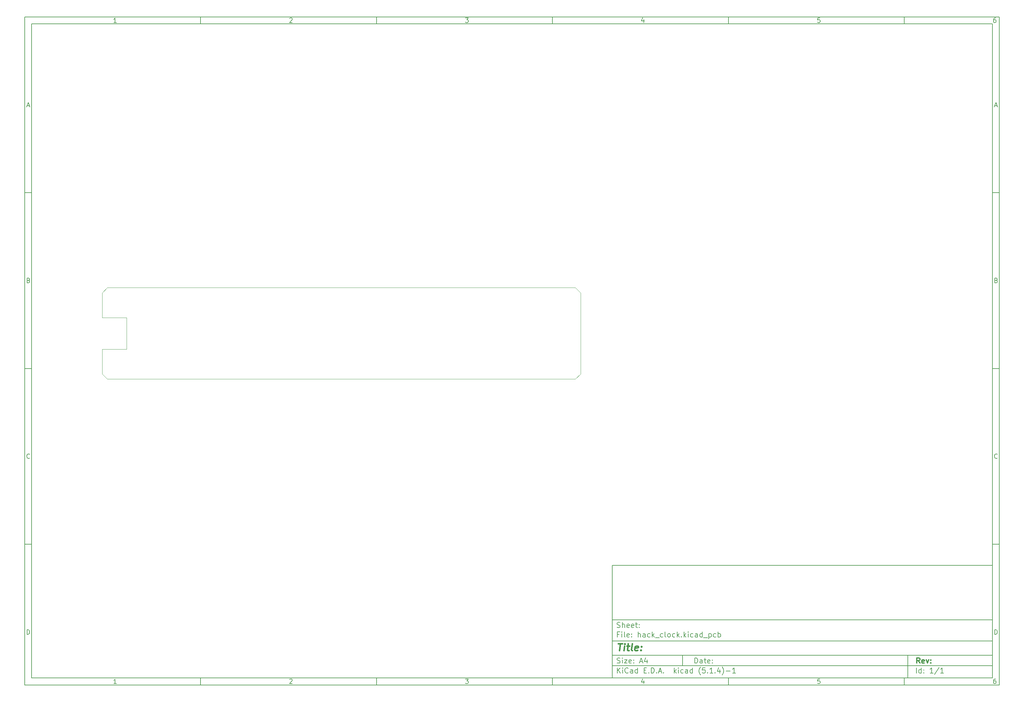
<source format=gm1>
G04 #@! TF.GenerationSoftware,KiCad,Pcbnew,(5.1.4)-1*
G04 #@! TF.CreationDate,2019-11-05T14:40:22+08:00*
G04 #@! TF.ProjectId,hack_clock,6861636b-5f63-46c6-9f63-6b2e6b696361,rev?*
G04 #@! TF.SameCoordinates,Original*
G04 #@! TF.FileFunction,Profile,NP*
%FSLAX46Y46*%
G04 Gerber Fmt 4.6, Leading zero omitted, Abs format (unit mm)*
G04 Created by KiCad (PCBNEW (5.1.4)-1) date 2019-11-05 14:40:22*
%MOMM*%
%LPD*%
G04 APERTURE LIST*
%ADD10C,0.150000*%
%ADD11C,0.300000*%
%ADD12C,0.400000*%
%ADD13C,0.100000*%
G04 APERTURE END LIST*
D10*
X177002200Y-166007200D02*
X177002200Y-198007200D01*
X285002200Y-198007200D01*
X285002200Y-166007200D01*
X177002200Y-166007200D01*
X10000000Y-10000000D02*
X10000000Y-200007200D01*
X287002200Y-200007200D01*
X287002200Y-10000000D01*
X10000000Y-10000000D01*
X12000000Y-12000000D02*
X12000000Y-198007200D01*
X285002200Y-198007200D01*
X285002200Y-12000000D01*
X12000000Y-12000000D01*
X60000000Y-12000000D02*
X60000000Y-10000000D01*
X110000000Y-12000000D02*
X110000000Y-10000000D01*
X160000000Y-12000000D02*
X160000000Y-10000000D01*
X210000000Y-12000000D02*
X210000000Y-10000000D01*
X260000000Y-12000000D02*
X260000000Y-10000000D01*
X36065476Y-11588095D02*
X35322619Y-11588095D01*
X35694047Y-11588095D02*
X35694047Y-10288095D01*
X35570238Y-10473809D01*
X35446428Y-10597619D01*
X35322619Y-10659523D01*
X85322619Y-10411904D02*
X85384523Y-10350000D01*
X85508333Y-10288095D01*
X85817857Y-10288095D01*
X85941666Y-10350000D01*
X86003571Y-10411904D01*
X86065476Y-10535714D01*
X86065476Y-10659523D01*
X86003571Y-10845238D01*
X85260714Y-11588095D01*
X86065476Y-11588095D01*
X135260714Y-10288095D02*
X136065476Y-10288095D01*
X135632142Y-10783333D01*
X135817857Y-10783333D01*
X135941666Y-10845238D01*
X136003571Y-10907142D01*
X136065476Y-11030952D01*
X136065476Y-11340476D01*
X136003571Y-11464285D01*
X135941666Y-11526190D01*
X135817857Y-11588095D01*
X135446428Y-11588095D01*
X135322619Y-11526190D01*
X135260714Y-11464285D01*
X185941666Y-10721428D02*
X185941666Y-11588095D01*
X185632142Y-10226190D02*
X185322619Y-11154761D01*
X186127380Y-11154761D01*
X236003571Y-10288095D02*
X235384523Y-10288095D01*
X235322619Y-10907142D01*
X235384523Y-10845238D01*
X235508333Y-10783333D01*
X235817857Y-10783333D01*
X235941666Y-10845238D01*
X236003571Y-10907142D01*
X236065476Y-11030952D01*
X236065476Y-11340476D01*
X236003571Y-11464285D01*
X235941666Y-11526190D01*
X235817857Y-11588095D01*
X235508333Y-11588095D01*
X235384523Y-11526190D01*
X235322619Y-11464285D01*
X285941666Y-10288095D02*
X285694047Y-10288095D01*
X285570238Y-10350000D01*
X285508333Y-10411904D01*
X285384523Y-10597619D01*
X285322619Y-10845238D01*
X285322619Y-11340476D01*
X285384523Y-11464285D01*
X285446428Y-11526190D01*
X285570238Y-11588095D01*
X285817857Y-11588095D01*
X285941666Y-11526190D01*
X286003571Y-11464285D01*
X286065476Y-11340476D01*
X286065476Y-11030952D01*
X286003571Y-10907142D01*
X285941666Y-10845238D01*
X285817857Y-10783333D01*
X285570238Y-10783333D01*
X285446428Y-10845238D01*
X285384523Y-10907142D01*
X285322619Y-11030952D01*
X60000000Y-198007200D02*
X60000000Y-200007200D01*
X110000000Y-198007200D02*
X110000000Y-200007200D01*
X160000000Y-198007200D02*
X160000000Y-200007200D01*
X210000000Y-198007200D02*
X210000000Y-200007200D01*
X260000000Y-198007200D02*
X260000000Y-200007200D01*
X36065476Y-199595295D02*
X35322619Y-199595295D01*
X35694047Y-199595295D02*
X35694047Y-198295295D01*
X35570238Y-198481009D01*
X35446428Y-198604819D01*
X35322619Y-198666723D01*
X85322619Y-198419104D02*
X85384523Y-198357200D01*
X85508333Y-198295295D01*
X85817857Y-198295295D01*
X85941666Y-198357200D01*
X86003571Y-198419104D01*
X86065476Y-198542914D01*
X86065476Y-198666723D01*
X86003571Y-198852438D01*
X85260714Y-199595295D01*
X86065476Y-199595295D01*
X135260714Y-198295295D02*
X136065476Y-198295295D01*
X135632142Y-198790533D01*
X135817857Y-198790533D01*
X135941666Y-198852438D01*
X136003571Y-198914342D01*
X136065476Y-199038152D01*
X136065476Y-199347676D01*
X136003571Y-199471485D01*
X135941666Y-199533390D01*
X135817857Y-199595295D01*
X135446428Y-199595295D01*
X135322619Y-199533390D01*
X135260714Y-199471485D01*
X185941666Y-198728628D02*
X185941666Y-199595295D01*
X185632142Y-198233390D02*
X185322619Y-199161961D01*
X186127380Y-199161961D01*
X236003571Y-198295295D02*
X235384523Y-198295295D01*
X235322619Y-198914342D01*
X235384523Y-198852438D01*
X235508333Y-198790533D01*
X235817857Y-198790533D01*
X235941666Y-198852438D01*
X236003571Y-198914342D01*
X236065476Y-199038152D01*
X236065476Y-199347676D01*
X236003571Y-199471485D01*
X235941666Y-199533390D01*
X235817857Y-199595295D01*
X235508333Y-199595295D01*
X235384523Y-199533390D01*
X235322619Y-199471485D01*
X285941666Y-198295295D02*
X285694047Y-198295295D01*
X285570238Y-198357200D01*
X285508333Y-198419104D01*
X285384523Y-198604819D01*
X285322619Y-198852438D01*
X285322619Y-199347676D01*
X285384523Y-199471485D01*
X285446428Y-199533390D01*
X285570238Y-199595295D01*
X285817857Y-199595295D01*
X285941666Y-199533390D01*
X286003571Y-199471485D01*
X286065476Y-199347676D01*
X286065476Y-199038152D01*
X286003571Y-198914342D01*
X285941666Y-198852438D01*
X285817857Y-198790533D01*
X285570238Y-198790533D01*
X285446428Y-198852438D01*
X285384523Y-198914342D01*
X285322619Y-199038152D01*
X10000000Y-60000000D02*
X12000000Y-60000000D01*
X10000000Y-110000000D02*
X12000000Y-110000000D01*
X10000000Y-160000000D02*
X12000000Y-160000000D01*
X10690476Y-35216666D02*
X11309523Y-35216666D01*
X10566666Y-35588095D02*
X11000000Y-34288095D01*
X11433333Y-35588095D01*
X11092857Y-84907142D02*
X11278571Y-84969047D01*
X11340476Y-85030952D01*
X11402380Y-85154761D01*
X11402380Y-85340476D01*
X11340476Y-85464285D01*
X11278571Y-85526190D01*
X11154761Y-85588095D01*
X10659523Y-85588095D01*
X10659523Y-84288095D01*
X11092857Y-84288095D01*
X11216666Y-84350000D01*
X11278571Y-84411904D01*
X11340476Y-84535714D01*
X11340476Y-84659523D01*
X11278571Y-84783333D01*
X11216666Y-84845238D01*
X11092857Y-84907142D01*
X10659523Y-84907142D01*
X11402380Y-135464285D02*
X11340476Y-135526190D01*
X11154761Y-135588095D01*
X11030952Y-135588095D01*
X10845238Y-135526190D01*
X10721428Y-135402380D01*
X10659523Y-135278571D01*
X10597619Y-135030952D01*
X10597619Y-134845238D01*
X10659523Y-134597619D01*
X10721428Y-134473809D01*
X10845238Y-134350000D01*
X11030952Y-134288095D01*
X11154761Y-134288095D01*
X11340476Y-134350000D01*
X11402380Y-134411904D01*
X10659523Y-185588095D02*
X10659523Y-184288095D01*
X10969047Y-184288095D01*
X11154761Y-184350000D01*
X11278571Y-184473809D01*
X11340476Y-184597619D01*
X11402380Y-184845238D01*
X11402380Y-185030952D01*
X11340476Y-185278571D01*
X11278571Y-185402380D01*
X11154761Y-185526190D01*
X10969047Y-185588095D01*
X10659523Y-185588095D01*
X287002200Y-60000000D02*
X285002200Y-60000000D01*
X287002200Y-110000000D02*
X285002200Y-110000000D01*
X287002200Y-160000000D02*
X285002200Y-160000000D01*
X285692676Y-35216666D02*
X286311723Y-35216666D01*
X285568866Y-35588095D02*
X286002200Y-34288095D01*
X286435533Y-35588095D01*
X286095057Y-84907142D02*
X286280771Y-84969047D01*
X286342676Y-85030952D01*
X286404580Y-85154761D01*
X286404580Y-85340476D01*
X286342676Y-85464285D01*
X286280771Y-85526190D01*
X286156961Y-85588095D01*
X285661723Y-85588095D01*
X285661723Y-84288095D01*
X286095057Y-84288095D01*
X286218866Y-84350000D01*
X286280771Y-84411904D01*
X286342676Y-84535714D01*
X286342676Y-84659523D01*
X286280771Y-84783333D01*
X286218866Y-84845238D01*
X286095057Y-84907142D01*
X285661723Y-84907142D01*
X286404580Y-135464285D02*
X286342676Y-135526190D01*
X286156961Y-135588095D01*
X286033152Y-135588095D01*
X285847438Y-135526190D01*
X285723628Y-135402380D01*
X285661723Y-135278571D01*
X285599819Y-135030952D01*
X285599819Y-134845238D01*
X285661723Y-134597619D01*
X285723628Y-134473809D01*
X285847438Y-134350000D01*
X286033152Y-134288095D01*
X286156961Y-134288095D01*
X286342676Y-134350000D01*
X286404580Y-134411904D01*
X285661723Y-185588095D02*
X285661723Y-184288095D01*
X285971247Y-184288095D01*
X286156961Y-184350000D01*
X286280771Y-184473809D01*
X286342676Y-184597619D01*
X286404580Y-184845238D01*
X286404580Y-185030952D01*
X286342676Y-185278571D01*
X286280771Y-185402380D01*
X286156961Y-185526190D01*
X285971247Y-185588095D01*
X285661723Y-185588095D01*
X200434342Y-193785771D02*
X200434342Y-192285771D01*
X200791485Y-192285771D01*
X201005771Y-192357200D01*
X201148628Y-192500057D01*
X201220057Y-192642914D01*
X201291485Y-192928628D01*
X201291485Y-193142914D01*
X201220057Y-193428628D01*
X201148628Y-193571485D01*
X201005771Y-193714342D01*
X200791485Y-193785771D01*
X200434342Y-193785771D01*
X202577200Y-193785771D02*
X202577200Y-193000057D01*
X202505771Y-192857200D01*
X202362914Y-192785771D01*
X202077200Y-192785771D01*
X201934342Y-192857200D01*
X202577200Y-193714342D02*
X202434342Y-193785771D01*
X202077200Y-193785771D01*
X201934342Y-193714342D01*
X201862914Y-193571485D01*
X201862914Y-193428628D01*
X201934342Y-193285771D01*
X202077200Y-193214342D01*
X202434342Y-193214342D01*
X202577200Y-193142914D01*
X203077200Y-192785771D02*
X203648628Y-192785771D01*
X203291485Y-192285771D02*
X203291485Y-193571485D01*
X203362914Y-193714342D01*
X203505771Y-193785771D01*
X203648628Y-193785771D01*
X204720057Y-193714342D02*
X204577200Y-193785771D01*
X204291485Y-193785771D01*
X204148628Y-193714342D01*
X204077200Y-193571485D01*
X204077200Y-193000057D01*
X204148628Y-192857200D01*
X204291485Y-192785771D01*
X204577200Y-192785771D01*
X204720057Y-192857200D01*
X204791485Y-193000057D01*
X204791485Y-193142914D01*
X204077200Y-193285771D01*
X205434342Y-193642914D02*
X205505771Y-193714342D01*
X205434342Y-193785771D01*
X205362914Y-193714342D01*
X205434342Y-193642914D01*
X205434342Y-193785771D01*
X205434342Y-192857200D02*
X205505771Y-192928628D01*
X205434342Y-193000057D01*
X205362914Y-192928628D01*
X205434342Y-192857200D01*
X205434342Y-193000057D01*
X177002200Y-194507200D02*
X285002200Y-194507200D01*
X178434342Y-196585771D02*
X178434342Y-195085771D01*
X179291485Y-196585771D02*
X178648628Y-195728628D01*
X179291485Y-195085771D02*
X178434342Y-195942914D01*
X179934342Y-196585771D02*
X179934342Y-195585771D01*
X179934342Y-195085771D02*
X179862914Y-195157200D01*
X179934342Y-195228628D01*
X180005771Y-195157200D01*
X179934342Y-195085771D01*
X179934342Y-195228628D01*
X181505771Y-196442914D02*
X181434342Y-196514342D01*
X181220057Y-196585771D01*
X181077200Y-196585771D01*
X180862914Y-196514342D01*
X180720057Y-196371485D01*
X180648628Y-196228628D01*
X180577200Y-195942914D01*
X180577200Y-195728628D01*
X180648628Y-195442914D01*
X180720057Y-195300057D01*
X180862914Y-195157200D01*
X181077200Y-195085771D01*
X181220057Y-195085771D01*
X181434342Y-195157200D01*
X181505771Y-195228628D01*
X182791485Y-196585771D02*
X182791485Y-195800057D01*
X182720057Y-195657200D01*
X182577200Y-195585771D01*
X182291485Y-195585771D01*
X182148628Y-195657200D01*
X182791485Y-196514342D02*
X182648628Y-196585771D01*
X182291485Y-196585771D01*
X182148628Y-196514342D01*
X182077200Y-196371485D01*
X182077200Y-196228628D01*
X182148628Y-196085771D01*
X182291485Y-196014342D01*
X182648628Y-196014342D01*
X182791485Y-195942914D01*
X184148628Y-196585771D02*
X184148628Y-195085771D01*
X184148628Y-196514342D02*
X184005771Y-196585771D01*
X183720057Y-196585771D01*
X183577200Y-196514342D01*
X183505771Y-196442914D01*
X183434342Y-196300057D01*
X183434342Y-195871485D01*
X183505771Y-195728628D01*
X183577200Y-195657200D01*
X183720057Y-195585771D01*
X184005771Y-195585771D01*
X184148628Y-195657200D01*
X186005771Y-195800057D02*
X186505771Y-195800057D01*
X186720057Y-196585771D02*
X186005771Y-196585771D01*
X186005771Y-195085771D01*
X186720057Y-195085771D01*
X187362914Y-196442914D02*
X187434342Y-196514342D01*
X187362914Y-196585771D01*
X187291485Y-196514342D01*
X187362914Y-196442914D01*
X187362914Y-196585771D01*
X188077200Y-196585771D02*
X188077200Y-195085771D01*
X188434342Y-195085771D01*
X188648628Y-195157200D01*
X188791485Y-195300057D01*
X188862914Y-195442914D01*
X188934342Y-195728628D01*
X188934342Y-195942914D01*
X188862914Y-196228628D01*
X188791485Y-196371485D01*
X188648628Y-196514342D01*
X188434342Y-196585771D01*
X188077200Y-196585771D01*
X189577200Y-196442914D02*
X189648628Y-196514342D01*
X189577200Y-196585771D01*
X189505771Y-196514342D01*
X189577200Y-196442914D01*
X189577200Y-196585771D01*
X190220057Y-196157200D02*
X190934342Y-196157200D01*
X190077200Y-196585771D02*
X190577200Y-195085771D01*
X191077200Y-196585771D01*
X191577200Y-196442914D02*
X191648628Y-196514342D01*
X191577200Y-196585771D01*
X191505771Y-196514342D01*
X191577200Y-196442914D01*
X191577200Y-196585771D01*
X194577200Y-196585771D02*
X194577200Y-195085771D01*
X194720057Y-196014342D02*
X195148628Y-196585771D01*
X195148628Y-195585771D02*
X194577200Y-196157200D01*
X195791485Y-196585771D02*
X195791485Y-195585771D01*
X195791485Y-195085771D02*
X195720057Y-195157200D01*
X195791485Y-195228628D01*
X195862914Y-195157200D01*
X195791485Y-195085771D01*
X195791485Y-195228628D01*
X197148628Y-196514342D02*
X197005771Y-196585771D01*
X196720057Y-196585771D01*
X196577200Y-196514342D01*
X196505771Y-196442914D01*
X196434342Y-196300057D01*
X196434342Y-195871485D01*
X196505771Y-195728628D01*
X196577200Y-195657200D01*
X196720057Y-195585771D01*
X197005771Y-195585771D01*
X197148628Y-195657200D01*
X198434342Y-196585771D02*
X198434342Y-195800057D01*
X198362914Y-195657200D01*
X198220057Y-195585771D01*
X197934342Y-195585771D01*
X197791485Y-195657200D01*
X198434342Y-196514342D02*
X198291485Y-196585771D01*
X197934342Y-196585771D01*
X197791485Y-196514342D01*
X197720057Y-196371485D01*
X197720057Y-196228628D01*
X197791485Y-196085771D01*
X197934342Y-196014342D01*
X198291485Y-196014342D01*
X198434342Y-195942914D01*
X199791485Y-196585771D02*
X199791485Y-195085771D01*
X199791485Y-196514342D02*
X199648628Y-196585771D01*
X199362914Y-196585771D01*
X199220057Y-196514342D01*
X199148628Y-196442914D01*
X199077200Y-196300057D01*
X199077200Y-195871485D01*
X199148628Y-195728628D01*
X199220057Y-195657200D01*
X199362914Y-195585771D01*
X199648628Y-195585771D01*
X199791485Y-195657200D01*
X202077200Y-197157200D02*
X202005771Y-197085771D01*
X201862914Y-196871485D01*
X201791485Y-196728628D01*
X201720057Y-196514342D01*
X201648628Y-196157200D01*
X201648628Y-195871485D01*
X201720057Y-195514342D01*
X201791485Y-195300057D01*
X201862914Y-195157200D01*
X202005771Y-194942914D01*
X202077200Y-194871485D01*
X203362914Y-195085771D02*
X202648628Y-195085771D01*
X202577200Y-195800057D01*
X202648628Y-195728628D01*
X202791485Y-195657200D01*
X203148628Y-195657200D01*
X203291485Y-195728628D01*
X203362914Y-195800057D01*
X203434342Y-195942914D01*
X203434342Y-196300057D01*
X203362914Y-196442914D01*
X203291485Y-196514342D01*
X203148628Y-196585771D01*
X202791485Y-196585771D01*
X202648628Y-196514342D01*
X202577200Y-196442914D01*
X204077200Y-196442914D02*
X204148628Y-196514342D01*
X204077200Y-196585771D01*
X204005771Y-196514342D01*
X204077200Y-196442914D01*
X204077200Y-196585771D01*
X205577200Y-196585771D02*
X204720057Y-196585771D01*
X205148628Y-196585771D02*
X205148628Y-195085771D01*
X205005771Y-195300057D01*
X204862914Y-195442914D01*
X204720057Y-195514342D01*
X206220057Y-196442914D02*
X206291485Y-196514342D01*
X206220057Y-196585771D01*
X206148628Y-196514342D01*
X206220057Y-196442914D01*
X206220057Y-196585771D01*
X207577200Y-195585771D02*
X207577200Y-196585771D01*
X207220057Y-195014342D02*
X206862914Y-196085771D01*
X207791485Y-196085771D01*
X208220057Y-197157200D02*
X208291485Y-197085771D01*
X208434342Y-196871485D01*
X208505771Y-196728628D01*
X208577200Y-196514342D01*
X208648628Y-196157200D01*
X208648628Y-195871485D01*
X208577200Y-195514342D01*
X208505771Y-195300057D01*
X208434342Y-195157200D01*
X208291485Y-194942914D01*
X208220057Y-194871485D01*
X209362914Y-196014342D02*
X210505771Y-196014342D01*
X212005771Y-196585771D02*
X211148628Y-196585771D01*
X211577200Y-196585771D02*
X211577200Y-195085771D01*
X211434342Y-195300057D01*
X211291485Y-195442914D01*
X211148628Y-195514342D01*
X177002200Y-191507200D02*
X285002200Y-191507200D01*
D11*
X264411485Y-193785771D02*
X263911485Y-193071485D01*
X263554342Y-193785771D02*
X263554342Y-192285771D01*
X264125771Y-192285771D01*
X264268628Y-192357200D01*
X264340057Y-192428628D01*
X264411485Y-192571485D01*
X264411485Y-192785771D01*
X264340057Y-192928628D01*
X264268628Y-193000057D01*
X264125771Y-193071485D01*
X263554342Y-193071485D01*
X265625771Y-193714342D02*
X265482914Y-193785771D01*
X265197200Y-193785771D01*
X265054342Y-193714342D01*
X264982914Y-193571485D01*
X264982914Y-193000057D01*
X265054342Y-192857200D01*
X265197200Y-192785771D01*
X265482914Y-192785771D01*
X265625771Y-192857200D01*
X265697200Y-193000057D01*
X265697200Y-193142914D01*
X264982914Y-193285771D01*
X266197200Y-192785771D02*
X266554342Y-193785771D01*
X266911485Y-192785771D01*
X267482914Y-193642914D02*
X267554342Y-193714342D01*
X267482914Y-193785771D01*
X267411485Y-193714342D01*
X267482914Y-193642914D01*
X267482914Y-193785771D01*
X267482914Y-192857200D02*
X267554342Y-192928628D01*
X267482914Y-193000057D01*
X267411485Y-192928628D01*
X267482914Y-192857200D01*
X267482914Y-193000057D01*
D10*
X178362914Y-193714342D02*
X178577200Y-193785771D01*
X178934342Y-193785771D01*
X179077200Y-193714342D01*
X179148628Y-193642914D01*
X179220057Y-193500057D01*
X179220057Y-193357200D01*
X179148628Y-193214342D01*
X179077200Y-193142914D01*
X178934342Y-193071485D01*
X178648628Y-193000057D01*
X178505771Y-192928628D01*
X178434342Y-192857200D01*
X178362914Y-192714342D01*
X178362914Y-192571485D01*
X178434342Y-192428628D01*
X178505771Y-192357200D01*
X178648628Y-192285771D01*
X179005771Y-192285771D01*
X179220057Y-192357200D01*
X179862914Y-193785771D02*
X179862914Y-192785771D01*
X179862914Y-192285771D02*
X179791485Y-192357200D01*
X179862914Y-192428628D01*
X179934342Y-192357200D01*
X179862914Y-192285771D01*
X179862914Y-192428628D01*
X180434342Y-192785771D02*
X181220057Y-192785771D01*
X180434342Y-193785771D01*
X181220057Y-193785771D01*
X182362914Y-193714342D02*
X182220057Y-193785771D01*
X181934342Y-193785771D01*
X181791485Y-193714342D01*
X181720057Y-193571485D01*
X181720057Y-193000057D01*
X181791485Y-192857200D01*
X181934342Y-192785771D01*
X182220057Y-192785771D01*
X182362914Y-192857200D01*
X182434342Y-193000057D01*
X182434342Y-193142914D01*
X181720057Y-193285771D01*
X183077200Y-193642914D02*
X183148628Y-193714342D01*
X183077200Y-193785771D01*
X183005771Y-193714342D01*
X183077200Y-193642914D01*
X183077200Y-193785771D01*
X183077200Y-192857200D02*
X183148628Y-192928628D01*
X183077200Y-193000057D01*
X183005771Y-192928628D01*
X183077200Y-192857200D01*
X183077200Y-193000057D01*
X184862914Y-193357200D02*
X185577200Y-193357200D01*
X184720057Y-193785771D02*
X185220057Y-192285771D01*
X185720057Y-193785771D01*
X186862914Y-192785771D02*
X186862914Y-193785771D01*
X186505771Y-192214342D02*
X186148628Y-193285771D01*
X187077200Y-193285771D01*
X263434342Y-196585771D02*
X263434342Y-195085771D01*
X264791485Y-196585771D02*
X264791485Y-195085771D01*
X264791485Y-196514342D02*
X264648628Y-196585771D01*
X264362914Y-196585771D01*
X264220057Y-196514342D01*
X264148628Y-196442914D01*
X264077200Y-196300057D01*
X264077200Y-195871485D01*
X264148628Y-195728628D01*
X264220057Y-195657200D01*
X264362914Y-195585771D01*
X264648628Y-195585771D01*
X264791485Y-195657200D01*
X265505771Y-196442914D02*
X265577200Y-196514342D01*
X265505771Y-196585771D01*
X265434342Y-196514342D01*
X265505771Y-196442914D01*
X265505771Y-196585771D01*
X265505771Y-195657200D02*
X265577200Y-195728628D01*
X265505771Y-195800057D01*
X265434342Y-195728628D01*
X265505771Y-195657200D01*
X265505771Y-195800057D01*
X268148628Y-196585771D02*
X267291485Y-196585771D01*
X267720057Y-196585771D02*
X267720057Y-195085771D01*
X267577200Y-195300057D01*
X267434342Y-195442914D01*
X267291485Y-195514342D01*
X269862914Y-195014342D02*
X268577200Y-196942914D01*
X271148628Y-196585771D02*
X270291485Y-196585771D01*
X270720057Y-196585771D02*
X270720057Y-195085771D01*
X270577200Y-195300057D01*
X270434342Y-195442914D01*
X270291485Y-195514342D01*
X177002200Y-187507200D02*
X285002200Y-187507200D01*
D12*
X178714580Y-188211961D02*
X179857438Y-188211961D01*
X179036009Y-190211961D02*
X179286009Y-188211961D01*
X180274104Y-190211961D02*
X180440771Y-188878628D01*
X180524104Y-188211961D02*
X180416961Y-188307200D01*
X180500295Y-188402438D01*
X180607438Y-188307200D01*
X180524104Y-188211961D01*
X180500295Y-188402438D01*
X181107438Y-188878628D02*
X181869342Y-188878628D01*
X181476485Y-188211961D02*
X181262200Y-189926247D01*
X181333628Y-190116723D01*
X181512200Y-190211961D01*
X181702676Y-190211961D01*
X182655057Y-190211961D02*
X182476485Y-190116723D01*
X182405057Y-189926247D01*
X182619342Y-188211961D01*
X184190771Y-190116723D02*
X183988390Y-190211961D01*
X183607438Y-190211961D01*
X183428866Y-190116723D01*
X183357438Y-189926247D01*
X183452676Y-189164342D01*
X183571723Y-188973866D01*
X183774104Y-188878628D01*
X184155057Y-188878628D01*
X184333628Y-188973866D01*
X184405057Y-189164342D01*
X184381247Y-189354819D01*
X183405057Y-189545295D01*
X185155057Y-190021485D02*
X185238390Y-190116723D01*
X185131247Y-190211961D01*
X185047914Y-190116723D01*
X185155057Y-190021485D01*
X185131247Y-190211961D01*
X185286009Y-188973866D02*
X185369342Y-189069104D01*
X185262200Y-189164342D01*
X185178866Y-189069104D01*
X185286009Y-188973866D01*
X185262200Y-189164342D01*
D10*
X178934342Y-185600057D02*
X178434342Y-185600057D01*
X178434342Y-186385771D02*
X178434342Y-184885771D01*
X179148628Y-184885771D01*
X179720057Y-186385771D02*
X179720057Y-185385771D01*
X179720057Y-184885771D02*
X179648628Y-184957200D01*
X179720057Y-185028628D01*
X179791485Y-184957200D01*
X179720057Y-184885771D01*
X179720057Y-185028628D01*
X180648628Y-186385771D02*
X180505771Y-186314342D01*
X180434342Y-186171485D01*
X180434342Y-184885771D01*
X181791485Y-186314342D02*
X181648628Y-186385771D01*
X181362914Y-186385771D01*
X181220057Y-186314342D01*
X181148628Y-186171485D01*
X181148628Y-185600057D01*
X181220057Y-185457200D01*
X181362914Y-185385771D01*
X181648628Y-185385771D01*
X181791485Y-185457200D01*
X181862914Y-185600057D01*
X181862914Y-185742914D01*
X181148628Y-185885771D01*
X182505771Y-186242914D02*
X182577200Y-186314342D01*
X182505771Y-186385771D01*
X182434342Y-186314342D01*
X182505771Y-186242914D01*
X182505771Y-186385771D01*
X182505771Y-185457200D02*
X182577200Y-185528628D01*
X182505771Y-185600057D01*
X182434342Y-185528628D01*
X182505771Y-185457200D01*
X182505771Y-185600057D01*
X184362914Y-186385771D02*
X184362914Y-184885771D01*
X185005771Y-186385771D02*
X185005771Y-185600057D01*
X184934342Y-185457200D01*
X184791485Y-185385771D01*
X184577200Y-185385771D01*
X184434342Y-185457200D01*
X184362914Y-185528628D01*
X186362914Y-186385771D02*
X186362914Y-185600057D01*
X186291485Y-185457200D01*
X186148628Y-185385771D01*
X185862914Y-185385771D01*
X185720057Y-185457200D01*
X186362914Y-186314342D02*
X186220057Y-186385771D01*
X185862914Y-186385771D01*
X185720057Y-186314342D01*
X185648628Y-186171485D01*
X185648628Y-186028628D01*
X185720057Y-185885771D01*
X185862914Y-185814342D01*
X186220057Y-185814342D01*
X186362914Y-185742914D01*
X187720057Y-186314342D02*
X187577200Y-186385771D01*
X187291485Y-186385771D01*
X187148628Y-186314342D01*
X187077200Y-186242914D01*
X187005771Y-186100057D01*
X187005771Y-185671485D01*
X187077200Y-185528628D01*
X187148628Y-185457200D01*
X187291485Y-185385771D01*
X187577200Y-185385771D01*
X187720057Y-185457200D01*
X188362914Y-186385771D02*
X188362914Y-184885771D01*
X188505771Y-185814342D02*
X188934342Y-186385771D01*
X188934342Y-185385771D02*
X188362914Y-185957200D01*
X189220057Y-186528628D02*
X190362914Y-186528628D01*
X191362914Y-186314342D02*
X191220057Y-186385771D01*
X190934342Y-186385771D01*
X190791485Y-186314342D01*
X190720057Y-186242914D01*
X190648628Y-186100057D01*
X190648628Y-185671485D01*
X190720057Y-185528628D01*
X190791485Y-185457200D01*
X190934342Y-185385771D01*
X191220057Y-185385771D01*
X191362914Y-185457200D01*
X192220057Y-186385771D02*
X192077200Y-186314342D01*
X192005771Y-186171485D01*
X192005771Y-184885771D01*
X193005771Y-186385771D02*
X192862914Y-186314342D01*
X192791485Y-186242914D01*
X192720057Y-186100057D01*
X192720057Y-185671485D01*
X192791485Y-185528628D01*
X192862914Y-185457200D01*
X193005771Y-185385771D01*
X193220057Y-185385771D01*
X193362914Y-185457200D01*
X193434342Y-185528628D01*
X193505771Y-185671485D01*
X193505771Y-186100057D01*
X193434342Y-186242914D01*
X193362914Y-186314342D01*
X193220057Y-186385771D01*
X193005771Y-186385771D01*
X194791485Y-186314342D02*
X194648628Y-186385771D01*
X194362914Y-186385771D01*
X194220057Y-186314342D01*
X194148628Y-186242914D01*
X194077200Y-186100057D01*
X194077200Y-185671485D01*
X194148628Y-185528628D01*
X194220057Y-185457200D01*
X194362914Y-185385771D01*
X194648628Y-185385771D01*
X194791485Y-185457200D01*
X195434342Y-186385771D02*
X195434342Y-184885771D01*
X195577200Y-185814342D02*
X196005771Y-186385771D01*
X196005771Y-185385771D02*
X195434342Y-185957200D01*
X196648628Y-186242914D02*
X196720057Y-186314342D01*
X196648628Y-186385771D01*
X196577200Y-186314342D01*
X196648628Y-186242914D01*
X196648628Y-186385771D01*
X197362914Y-186385771D02*
X197362914Y-184885771D01*
X197505771Y-185814342D02*
X197934342Y-186385771D01*
X197934342Y-185385771D02*
X197362914Y-185957200D01*
X198577200Y-186385771D02*
X198577200Y-185385771D01*
X198577200Y-184885771D02*
X198505771Y-184957200D01*
X198577200Y-185028628D01*
X198648628Y-184957200D01*
X198577200Y-184885771D01*
X198577200Y-185028628D01*
X199934342Y-186314342D02*
X199791485Y-186385771D01*
X199505771Y-186385771D01*
X199362914Y-186314342D01*
X199291485Y-186242914D01*
X199220057Y-186100057D01*
X199220057Y-185671485D01*
X199291485Y-185528628D01*
X199362914Y-185457200D01*
X199505771Y-185385771D01*
X199791485Y-185385771D01*
X199934342Y-185457200D01*
X201220057Y-186385771D02*
X201220057Y-185600057D01*
X201148628Y-185457200D01*
X201005771Y-185385771D01*
X200720057Y-185385771D01*
X200577200Y-185457200D01*
X201220057Y-186314342D02*
X201077200Y-186385771D01*
X200720057Y-186385771D01*
X200577200Y-186314342D01*
X200505771Y-186171485D01*
X200505771Y-186028628D01*
X200577200Y-185885771D01*
X200720057Y-185814342D01*
X201077200Y-185814342D01*
X201220057Y-185742914D01*
X202577200Y-186385771D02*
X202577200Y-184885771D01*
X202577200Y-186314342D02*
X202434342Y-186385771D01*
X202148628Y-186385771D01*
X202005771Y-186314342D01*
X201934342Y-186242914D01*
X201862914Y-186100057D01*
X201862914Y-185671485D01*
X201934342Y-185528628D01*
X202005771Y-185457200D01*
X202148628Y-185385771D01*
X202434342Y-185385771D01*
X202577200Y-185457200D01*
X202934342Y-186528628D02*
X204077200Y-186528628D01*
X204434342Y-185385771D02*
X204434342Y-186885771D01*
X204434342Y-185457200D02*
X204577200Y-185385771D01*
X204862914Y-185385771D01*
X205005771Y-185457200D01*
X205077200Y-185528628D01*
X205148628Y-185671485D01*
X205148628Y-186100057D01*
X205077200Y-186242914D01*
X205005771Y-186314342D01*
X204862914Y-186385771D01*
X204577200Y-186385771D01*
X204434342Y-186314342D01*
X206434342Y-186314342D02*
X206291485Y-186385771D01*
X206005771Y-186385771D01*
X205862914Y-186314342D01*
X205791485Y-186242914D01*
X205720057Y-186100057D01*
X205720057Y-185671485D01*
X205791485Y-185528628D01*
X205862914Y-185457200D01*
X206005771Y-185385771D01*
X206291485Y-185385771D01*
X206434342Y-185457200D01*
X207077200Y-186385771D02*
X207077200Y-184885771D01*
X207077200Y-185457200D02*
X207220057Y-185385771D01*
X207505771Y-185385771D01*
X207648628Y-185457200D01*
X207720057Y-185528628D01*
X207791485Y-185671485D01*
X207791485Y-186100057D01*
X207720057Y-186242914D01*
X207648628Y-186314342D01*
X207505771Y-186385771D01*
X207220057Y-186385771D01*
X207077200Y-186314342D01*
X177002200Y-181507200D02*
X285002200Y-181507200D01*
X178362914Y-183614342D02*
X178577200Y-183685771D01*
X178934342Y-183685771D01*
X179077200Y-183614342D01*
X179148628Y-183542914D01*
X179220057Y-183400057D01*
X179220057Y-183257200D01*
X179148628Y-183114342D01*
X179077200Y-183042914D01*
X178934342Y-182971485D01*
X178648628Y-182900057D01*
X178505771Y-182828628D01*
X178434342Y-182757200D01*
X178362914Y-182614342D01*
X178362914Y-182471485D01*
X178434342Y-182328628D01*
X178505771Y-182257200D01*
X178648628Y-182185771D01*
X179005771Y-182185771D01*
X179220057Y-182257200D01*
X179862914Y-183685771D02*
X179862914Y-182185771D01*
X180505771Y-183685771D02*
X180505771Y-182900057D01*
X180434342Y-182757200D01*
X180291485Y-182685771D01*
X180077200Y-182685771D01*
X179934342Y-182757200D01*
X179862914Y-182828628D01*
X181791485Y-183614342D02*
X181648628Y-183685771D01*
X181362914Y-183685771D01*
X181220057Y-183614342D01*
X181148628Y-183471485D01*
X181148628Y-182900057D01*
X181220057Y-182757200D01*
X181362914Y-182685771D01*
X181648628Y-182685771D01*
X181791485Y-182757200D01*
X181862914Y-182900057D01*
X181862914Y-183042914D01*
X181148628Y-183185771D01*
X183077200Y-183614342D02*
X182934342Y-183685771D01*
X182648628Y-183685771D01*
X182505771Y-183614342D01*
X182434342Y-183471485D01*
X182434342Y-182900057D01*
X182505771Y-182757200D01*
X182648628Y-182685771D01*
X182934342Y-182685771D01*
X183077200Y-182757200D01*
X183148628Y-182900057D01*
X183148628Y-183042914D01*
X182434342Y-183185771D01*
X183577200Y-182685771D02*
X184148628Y-182685771D01*
X183791485Y-182185771D02*
X183791485Y-183471485D01*
X183862914Y-183614342D01*
X184005771Y-183685771D01*
X184148628Y-183685771D01*
X184648628Y-183542914D02*
X184720057Y-183614342D01*
X184648628Y-183685771D01*
X184577200Y-183614342D01*
X184648628Y-183542914D01*
X184648628Y-183685771D01*
X184648628Y-182757200D02*
X184720057Y-182828628D01*
X184648628Y-182900057D01*
X184577200Y-182828628D01*
X184648628Y-182757200D01*
X184648628Y-182900057D01*
X197002200Y-191507200D02*
X197002200Y-194507200D01*
X261002200Y-191507200D02*
X261002200Y-198007200D01*
D13*
X32000000Y-88500000D02*
X32000000Y-95500000D01*
X168000000Y-111500000D02*
X166500000Y-113000000D01*
X32000000Y-111500000D02*
X33500000Y-113000000D01*
X166500000Y-87000000D02*
X168000000Y-88500000D01*
X32000000Y-88500000D02*
X33500000Y-87000000D01*
X168000000Y-88500000D02*
X168000000Y-111500000D01*
X32000000Y-104500000D02*
X32000000Y-111500000D01*
X33500000Y-113000000D02*
X166500000Y-113000000D01*
X33500000Y-87000000D02*
X166500000Y-87000000D01*
X32000000Y-104500000D02*
X39000000Y-104500000D01*
X39000000Y-95500000D02*
X32000000Y-95500000D01*
X39000000Y-104500000D02*
X39000000Y-95500000D01*
M02*

</source>
